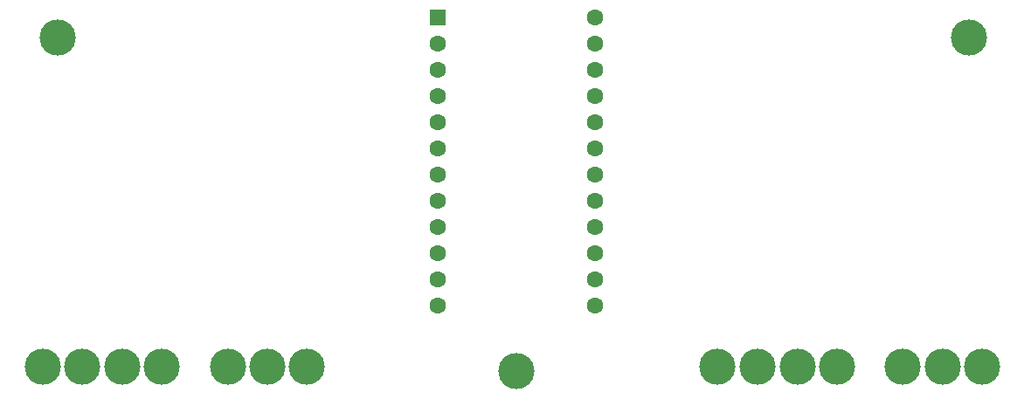
<source format=gbr>
%TF.GenerationSoftware,KiCad,Pcbnew,(5.1.10)-1*%
%TF.CreationDate,2021-09-23T19:24:58-05:00*%
%TF.ProjectId,SNES DAEMONBITE,534e4553-2044-4414-954d-4f4e42495445,rev?*%
%TF.SameCoordinates,Original*%
%TF.FileFunction,Soldermask,Bot*%
%TF.FilePolarity,Negative*%
%FSLAX46Y46*%
G04 Gerber Fmt 4.6, Leading zero omitted, Abs format (unit mm)*
G04 Created by KiCad (PCBNEW (5.1.10)-1) date 2021-09-23 19:24:58*
%MOMM*%
%LPD*%
G01*
G04 APERTURE LIST*
%ADD10C,3.500000*%
%ADD11C,1.600000*%
%ADD12R,1.600000X1.600000*%
G04 APERTURE END LIST*
D10*
%TO.C,REF\u002A\u002A*%
X173990000Y-110490000D03*
%TD*%
%TO.C,REF\u002A\u002A*%
X129540000Y-78105000D03*
%TD*%
%TO.C,REF\u002A\u002A*%
X217805000Y-78105000D03*
%TD*%
%TO.C,PLAYER2*%
X193455000Y-110000000D03*
X197315000Y-110000000D03*
X205035000Y-110000000D03*
X201215000Y-110000000D03*
X211415000Y-110000000D03*
X215265000Y-110000000D03*
X219085000Y-110000000D03*
%TD*%
%TO.C,PLAYER1*%
X128050000Y-110000000D03*
X131910000Y-110000000D03*
X139630000Y-110000000D03*
X135810000Y-110000000D03*
X146010000Y-110000000D03*
X149860000Y-110000000D03*
X153680000Y-110000000D03*
%TD*%
D11*
%TO.C,MCU1*%
X181610000Y-76200000D03*
X181610000Y-78740000D03*
X181610000Y-81280000D03*
X181610000Y-83820000D03*
X181610000Y-86360000D03*
X181610000Y-88900000D03*
X181610000Y-91440000D03*
X181610000Y-93980000D03*
X181610000Y-96520000D03*
X181610000Y-99060000D03*
X181610000Y-101600000D03*
X181610000Y-104140000D03*
X166370000Y-104140000D03*
X166370000Y-101600000D03*
X166370000Y-99060000D03*
X166370000Y-96520000D03*
X166370000Y-93980000D03*
X166370000Y-91440000D03*
X166370000Y-88900000D03*
X166370000Y-86360000D03*
X166370000Y-83820000D03*
X166370000Y-81280000D03*
X166370000Y-78740000D03*
D12*
X166370000Y-76200000D03*
%TD*%
M02*

</source>
